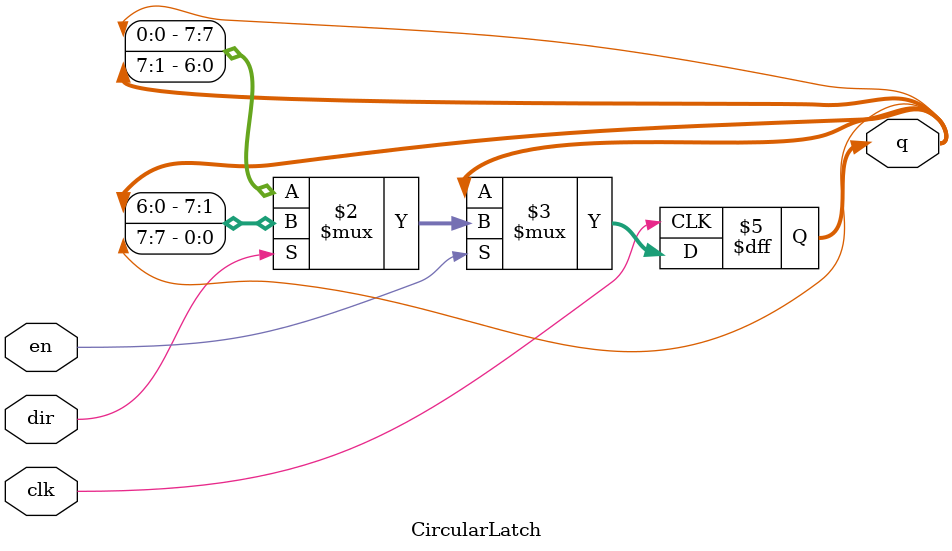
<source format=sv>
module CircularLatch #(parameter SIZE=8) (
    input clk, en, dir,
    output reg [SIZE-1:0] q
);
always @(posedge clk)
    if(en) q <= dir ? {q[SIZE-2:0], q[SIZE-1]} : {q[0], q[SIZE-1:1]};
endmodule
</source>
